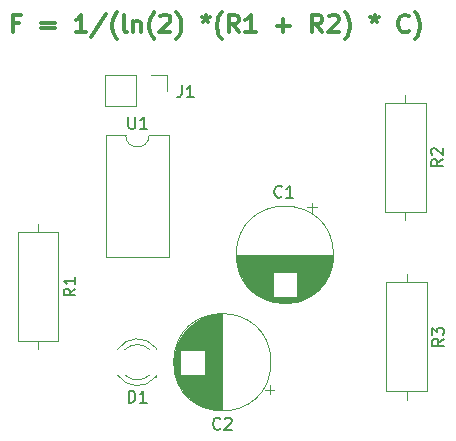
<source format=gbr>
%TF.GenerationSoftware,KiCad,Pcbnew,(6.0.7)*%
%TF.CreationDate,2023-09-09T12:04:14+08:00*%
%TF.ProjectId,Milling test pcb,4d696c6c-696e-4672-9074-657374207063,rev?*%
%TF.SameCoordinates,Original*%
%TF.FileFunction,Legend,Top*%
%TF.FilePolarity,Positive*%
%FSLAX46Y46*%
G04 Gerber Fmt 4.6, Leading zero omitted, Abs format (unit mm)*
G04 Created by KiCad (PCBNEW (6.0.7)) date 2023-09-09 12:04:14*
%MOMM*%
%LPD*%
G01*
G04 APERTURE LIST*
%ADD10C,0.300000*%
%ADD11C,0.150000*%
%ADD12C,0.120000*%
G04 APERTURE END LIST*
D10*
X106349999Y-59792857D02*
X105849999Y-59792857D01*
X105849999Y-60578571D02*
X105849999Y-59078571D01*
X106564285Y-59078571D01*
X108278571Y-59792857D02*
X109421428Y-59792857D01*
X109421428Y-60221428D02*
X108278571Y-60221428D01*
X112064285Y-60578571D02*
X111207142Y-60578571D01*
X111635714Y-60578571D02*
X111635714Y-59078571D01*
X111492857Y-59292857D01*
X111349999Y-59435714D01*
X111207142Y-59507142D01*
X113778571Y-59007142D02*
X112492857Y-60935714D01*
X114707142Y-61150000D02*
X114635714Y-61078571D01*
X114492857Y-60864285D01*
X114421428Y-60721428D01*
X114349999Y-60507142D01*
X114278571Y-60150000D01*
X114278571Y-59864285D01*
X114349999Y-59507142D01*
X114421428Y-59292857D01*
X114492857Y-59150000D01*
X114635714Y-58935714D01*
X114707142Y-58864285D01*
X115492857Y-60578571D02*
X115349999Y-60507142D01*
X115278571Y-60364285D01*
X115278571Y-59078571D01*
X116064285Y-59578571D02*
X116064285Y-60578571D01*
X116064285Y-59721428D02*
X116135714Y-59650000D01*
X116278571Y-59578571D01*
X116492857Y-59578571D01*
X116635714Y-59650000D01*
X116707142Y-59792857D01*
X116707142Y-60578571D01*
X117849999Y-61150000D02*
X117778571Y-61078571D01*
X117635714Y-60864285D01*
X117564285Y-60721428D01*
X117492857Y-60507142D01*
X117421428Y-60150000D01*
X117421428Y-59864285D01*
X117492857Y-59507142D01*
X117564285Y-59292857D01*
X117635714Y-59150000D01*
X117778571Y-58935714D01*
X117849999Y-58864285D01*
X118349999Y-59221428D02*
X118421428Y-59150000D01*
X118564285Y-59078571D01*
X118921428Y-59078571D01*
X119064285Y-59150000D01*
X119135714Y-59221428D01*
X119207142Y-59364285D01*
X119207142Y-59507142D01*
X119135714Y-59721428D01*
X118278571Y-60578571D01*
X119207142Y-60578571D01*
X119707142Y-61150000D02*
X119778571Y-61078571D01*
X119921428Y-60864285D01*
X119992857Y-60721428D01*
X120064285Y-60507142D01*
X120135714Y-60150000D01*
X120135714Y-59864285D01*
X120064285Y-59507142D01*
X119992857Y-59292857D01*
X119921428Y-59150000D01*
X119778571Y-58935714D01*
X119707142Y-58864285D01*
X122207142Y-59078571D02*
X122207142Y-59435714D01*
X121849999Y-59292857D02*
X122207142Y-59435714D01*
X122564285Y-59292857D01*
X121992857Y-59721428D02*
X122207142Y-59435714D01*
X122421428Y-59721428D01*
X123564285Y-61150000D02*
X123492857Y-61078571D01*
X123349999Y-60864285D01*
X123278571Y-60721428D01*
X123207142Y-60507142D01*
X123135714Y-60150000D01*
X123135714Y-59864285D01*
X123207142Y-59507142D01*
X123278571Y-59292857D01*
X123349999Y-59150000D01*
X123492857Y-58935714D01*
X123564285Y-58864285D01*
X124992857Y-60578571D02*
X124492857Y-59864285D01*
X124135714Y-60578571D02*
X124135714Y-59078571D01*
X124707142Y-59078571D01*
X124849999Y-59150000D01*
X124921428Y-59221428D01*
X124992857Y-59364285D01*
X124992857Y-59578571D01*
X124921428Y-59721428D01*
X124849999Y-59792857D01*
X124707142Y-59864285D01*
X124135714Y-59864285D01*
X126421428Y-60578571D02*
X125564285Y-60578571D01*
X125992857Y-60578571D02*
X125992857Y-59078571D01*
X125849999Y-59292857D01*
X125707142Y-59435714D01*
X125564285Y-59507142D01*
X128207142Y-60007142D02*
X129349999Y-60007142D01*
X128778571Y-60578571D02*
X128778571Y-59435714D01*
X132064285Y-60578571D02*
X131564285Y-59864285D01*
X131207142Y-60578571D02*
X131207142Y-59078571D01*
X131778571Y-59078571D01*
X131921428Y-59150000D01*
X131992857Y-59221428D01*
X132064285Y-59364285D01*
X132064285Y-59578571D01*
X131992857Y-59721428D01*
X131921428Y-59792857D01*
X131778571Y-59864285D01*
X131207142Y-59864285D01*
X132635714Y-59221428D02*
X132707142Y-59150000D01*
X132849999Y-59078571D01*
X133207142Y-59078571D01*
X133349999Y-59150000D01*
X133421428Y-59221428D01*
X133492857Y-59364285D01*
X133492857Y-59507142D01*
X133421428Y-59721428D01*
X132564285Y-60578571D01*
X133492857Y-60578571D01*
X133992857Y-61150000D02*
X134064285Y-61078571D01*
X134207142Y-60864285D01*
X134278571Y-60721428D01*
X134350000Y-60507142D01*
X134421428Y-60150000D01*
X134421428Y-59864285D01*
X134350000Y-59507142D01*
X134278571Y-59292857D01*
X134207142Y-59150000D01*
X134064285Y-58935714D01*
X133992857Y-58864285D01*
X136492857Y-59078571D02*
X136492857Y-59435714D01*
X136135714Y-59292857D02*
X136492857Y-59435714D01*
X136850000Y-59292857D01*
X136278571Y-59721428D02*
X136492857Y-59435714D01*
X136707142Y-59721428D01*
X139421428Y-60435714D02*
X139350000Y-60507142D01*
X139135714Y-60578571D01*
X138992857Y-60578571D01*
X138778571Y-60507142D01*
X138635714Y-60364285D01*
X138564285Y-60221428D01*
X138492857Y-59935714D01*
X138492857Y-59721428D01*
X138564285Y-59435714D01*
X138635714Y-59292857D01*
X138778571Y-59150000D01*
X138992857Y-59078571D01*
X139135714Y-59078571D01*
X139350000Y-59150000D01*
X139421428Y-59221428D01*
X139921428Y-61150000D02*
X139992857Y-61078571D01*
X140135714Y-60864285D01*
X140207142Y-60721428D01*
X140278571Y-60507142D01*
X140350000Y-60150000D01*
X140350000Y-59864285D01*
X140278571Y-59507142D01*
X140207142Y-59292857D01*
X140135714Y-59150000D01*
X139992857Y-58935714D01*
X139921428Y-58864285D01*
D11*
%TO.C,U1*%
X115648095Y-67722380D02*
X115648095Y-68531904D01*
X115695714Y-68627142D01*
X115743333Y-68674761D01*
X115838571Y-68722380D01*
X116029047Y-68722380D01*
X116124285Y-68674761D01*
X116171904Y-68627142D01*
X116219523Y-68531904D01*
X116219523Y-67722380D01*
X117219523Y-68722380D02*
X116648095Y-68722380D01*
X116933809Y-68722380D02*
X116933809Y-67722380D01*
X116838571Y-67865238D01*
X116743333Y-67960476D01*
X116648095Y-68008095D01*
%TO.C,R3*%
X142372380Y-86516666D02*
X141896190Y-86850000D01*
X142372380Y-87088095D02*
X141372380Y-87088095D01*
X141372380Y-86707142D01*
X141420000Y-86611904D01*
X141467619Y-86564285D01*
X141562857Y-86516666D01*
X141705714Y-86516666D01*
X141800952Y-86564285D01*
X141848571Y-86611904D01*
X141896190Y-86707142D01*
X141896190Y-87088095D01*
X141372380Y-86183333D02*
X141372380Y-85564285D01*
X141753333Y-85897619D01*
X141753333Y-85754761D01*
X141800952Y-85659523D01*
X141848571Y-85611904D01*
X141943809Y-85564285D01*
X142181904Y-85564285D01*
X142277142Y-85611904D01*
X142324761Y-85659523D01*
X142372380Y-85754761D01*
X142372380Y-86040476D01*
X142324761Y-86135714D01*
X142277142Y-86183333D01*
%TO.C,R2*%
X142272380Y-71316666D02*
X141796190Y-71650000D01*
X142272380Y-71888095D02*
X141272380Y-71888095D01*
X141272380Y-71507142D01*
X141320000Y-71411904D01*
X141367619Y-71364285D01*
X141462857Y-71316666D01*
X141605714Y-71316666D01*
X141700952Y-71364285D01*
X141748571Y-71411904D01*
X141796190Y-71507142D01*
X141796190Y-71888095D01*
X141367619Y-70935714D02*
X141320000Y-70888095D01*
X141272380Y-70792857D01*
X141272380Y-70554761D01*
X141320000Y-70459523D01*
X141367619Y-70411904D01*
X141462857Y-70364285D01*
X141558095Y-70364285D01*
X141700952Y-70411904D01*
X142272380Y-70983333D01*
X142272380Y-70364285D01*
%TO.C,R1*%
X111172380Y-82266666D02*
X110696190Y-82600000D01*
X111172380Y-82838095D02*
X110172380Y-82838095D01*
X110172380Y-82457142D01*
X110220000Y-82361904D01*
X110267619Y-82314285D01*
X110362857Y-82266666D01*
X110505714Y-82266666D01*
X110600952Y-82314285D01*
X110648571Y-82361904D01*
X110696190Y-82457142D01*
X110696190Y-82838095D01*
X111172380Y-81314285D02*
X111172380Y-81885714D01*
X111172380Y-81600000D02*
X110172380Y-81600000D01*
X110315238Y-81695238D01*
X110410476Y-81790476D01*
X110458095Y-81885714D01*
%TO.C,J1*%
X120166666Y-65052380D02*
X120166666Y-65766666D01*
X120119047Y-65909523D01*
X120023809Y-66004761D01*
X119880952Y-66052380D01*
X119785714Y-66052380D01*
X121166666Y-66052380D02*
X120595238Y-66052380D01*
X120880952Y-66052380D02*
X120880952Y-65052380D01*
X120785714Y-65195238D01*
X120690476Y-65290476D01*
X120595238Y-65338095D01*
%TO.C,D1*%
X115666904Y-91912380D02*
X115666904Y-90912380D01*
X115905000Y-90912380D01*
X116047857Y-90960000D01*
X116143095Y-91055238D01*
X116190714Y-91150476D01*
X116238333Y-91340952D01*
X116238333Y-91483809D01*
X116190714Y-91674285D01*
X116143095Y-91769523D01*
X116047857Y-91864761D01*
X115905000Y-91912380D01*
X115666904Y-91912380D01*
X117190714Y-91912380D02*
X116619285Y-91912380D01*
X116905000Y-91912380D02*
X116905000Y-90912380D01*
X116809761Y-91055238D01*
X116714523Y-91150476D01*
X116619285Y-91198095D01*
%TO.C,C2*%
X123435984Y-94107142D02*
X123388365Y-94154761D01*
X123245508Y-94202380D01*
X123150270Y-94202380D01*
X123007412Y-94154761D01*
X122912174Y-94059523D01*
X122864555Y-93964285D01*
X122816936Y-93773809D01*
X122816936Y-93630952D01*
X122864555Y-93440476D01*
X122912174Y-93345238D01*
X123007412Y-93250000D01*
X123150270Y-93202380D01*
X123245508Y-93202380D01*
X123388365Y-93250000D01*
X123435984Y-93297619D01*
X123816936Y-93297619D02*
X123864555Y-93250000D01*
X123959793Y-93202380D01*
X124197889Y-93202380D01*
X124293127Y-93250000D01*
X124340746Y-93297619D01*
X124388365Y-93392857D01*
X124388365Y-93488095D01*
X124340746Y-93630952D01*
X123769317Y-94202380D01*
X124388365Y-94202380D01*
%TO.C,C1*%
X128633333Y-74457142D02*
X128585714Y-74504761D01*
X128442857Y-74552380D01*
X128347619Y-74552380D01*
X128204761Y-74504761D01*
X128109523Y-74409523D01*
X128061904Y-74314285D01*
X128014285Y-74123809D01*
X128014285Y-73980952D01*
X128061904Y-73790476D01*
X128109523Y-73695238D01*
X128204761Y-73600000D01*
X128347619Y-73552380D01*
X128442857Y-73552380D01*
X128585714Y-73600000D01*
X128633333Y-73647619D01*
X129585714Y-74552380D02*
X129014285Y-74552380D01*
X129300000Y-74552380D02*
X129300000Y-73552380D01*
X129204761Y-73695238D01*
X129109523Y-73790476D01*
X129014285Y-73838095D01*
D12*
%TO.C,U1*%
X119060000Y-69270000D02*
X117410000Y-69270000D01*
X113760000Y-69270000D02*
X113760000Y-79550000D01*
X119060000Y-79550000D02*
X119060000Y-69270000D01*
X115410000Y-69270000D02*
X113760000Y-69270000D01*
X113760000Y-79550000D02*
X119060000Y-79550000D01*
X115410000Y-69270000D02*
G75*
G03*
X117410000Y-69270000I1000000J0D01*
G01*
%TO.C,R3*%
X140920000Y-81730000D02*
X137480000Y-81730000D01*
X139200000Y-81040000D02*
X139200000Y-81730000D01*
X139200000Y-91660000D02*
X139200000Y-90970000D01*
X137480000Y-90970000D02*
X140920000Y-90970000D01*
X137480000Y-81730000D02*
X137480000Y-90970000D01*
X140920000Y-90970000D02*
X140920000Y-81730000D01*
%TO.C,R2*%
X140820000Y-66530000D02*
X137380000Y-66530000D01*
X139100000Y-65840000D02*
X139100000Y-66530000D01*
X139100000Y-76460000D02*
X139100000Y-75770000D01*
X137380000Y-75770000D02*
X140820000Y-75770000D01*
X137380000Y-66530000D02*
X137380000Y-75770000D01*
X140820000Y-75770000D02*
X140820000Y-66530000D01*
%TO.C,R1*%
X109720000Y-77480000D02*
X106280000Y-77480000D01*
X108000000Y-76790000D02*
X108000000Y-77480000D01*
X108000000Y-87410000D02*
X108000000Y-86720000D01*
X106280000Y-86720000D02*
X109720000Y-86720000D01*
X106280000Y-77480000D02*
X106280000Y-86720000D01*
X109720000Y-86720000D02*
X109720000Y-77480000D01*
%TO.C,J1*%
X117575000Y-64170000D02*
X118905000Y-64170000D01*
X113705000Y-64170000D02*
X113705000Y-66830000D01*
X116305000Y-64170000D02*
X113705000Y-64170000D01*
X116305000Y-64170000D02*
X116305000Y-66830000D01*
X118905000Y-64170000D02*
X118905000Y-65500000D01*
X116305000Y-66830000D02*
X113705000Y-66830000D01*
%TO.C,D1*%
X117965000Y-89736000D02*
X117965000Y-89580000D01*
X117965000Y-87420000D02*
X117965000Y-87264000D01*
X115363870Y-89579837D02*
G75*
G03*
X117445961Y-89580000I1041130J1079837D01*
G01*
X117965000Y-87264484D02*
G75*
G03*
X114732665Y-87421392I-1560000J-1235516D01*
G01*
X117445961Y-87420000D02*
G75*
G03*
X115363870Y-87420163I-1040961J-1080000D01*
G01*
X114732665Y-89578608D02*
G75*
G03*
X117965000Y-89735516I1672335J1078608D01*
G01*
%TO.C,C2*%
X122641651Y-92467000D02*
X122641651Y-84533000D01*
X119801651Y-90052000D02*
X119801651Y-86948000D01*
X120121651Y-90666000D02*
X120121651Y-89540000D01*
X121921651Y-87460000D02*
X121921651Y-84778000D01*
X120761651Y-91445000D02*
X120761651Y-89540000D01*
X122801651Y-92502000D02*
X122801651Y-84498000D01*
X121601651Y-87460000D02*
X121601651Y-84938000D01*
X122601651Y-92457000D02*
X122601651Y-84543000D01*
X121361651Y-87460000D02*
X121361651Y-85082000D01*
X122121651Y-92305000D02*
X122121651Y-89540000D01*
X121001651Y-87460000D02*
X121001651Y-85344000D01*
X119761651Y-89953000D02*
X119761651Y-87047000D01*
X122761651Y-92494000D02*
X122761651Y-84506000D01*
X123362651Y-92574000D02*
X123362651Y-84426000D01*
X120001651Y-90464000D02*
X120001651Y-86536000D01*
X123122651Y-92552000D02*
X123122651Y-84448000D01*
X120521651Y-87460000D02*
X120521651Y-85803000D01*
X120401651Y-87460000D02*
X120401651Y-85944000D01*
X119521651Y-89033000D02*
X119521651Y-87967000D01*
X120721651Y-87460000D02*
X120721651Y-85593000D01*
X121281651Y-87460000D02*
X121281651Y-85135000D01*
X123162651Y-92557000D02*
X123162651Y-84443000D01*
X123522651Y-92580000D02*
X123522651Y-84420000D01*
X121241651Y-87460000D02*
X121241651Y-85162000D01*
X121561651Y-92040000D02*
X121561651Y-89540000D01*
X120481651Y-91151000D02*
X120481651Y-89540000D01*
X120201651Y-90787000D02*
X120201651Y-89540000D01*
X120401651Y-91056000D02*
X120401651Y-89540000D01*
X121361651Y-91918000D02*
X121361651Y-89540000D01*
X120921651Y-87460000D02*
X120921651Y-85410000D01*
X120561651Y-91241000D02*
X120561651Y-89540000D01*
X122121651Y-87460000D02*
X122121651Y-84695000D01*
X119681651Y-89729000D02*
X119681651Y-87271000D01*
X122401651Y-92402000D02*
X122401651Y-84598000D01*
X121881651Y-92204000D02*
X121881651Y-89540000D01*
X121001651Y-91656000D02*
X121001651Y-89540000D01*
X128012349Y-90815000D02*
X127212349Y-90815000D01*
X122721651Y-92485000D02*
X122721651Y-84515000D01*
X122321651Y-92377000D02*
X122321651Y-84623000D01*
X122962651Y-92530000D02*
X122962651Y-84470000D01*
X122001651Y-92257000D02*
X122001651Y-89540000D01*
X120881651Y-91555000D02*
X120881651Y-89540000D01*
X120081651Y-90602000D02*
X120081651Y-89540000D01*
X122441651Y-92414000D02*
X122441651Y-84586000D01*
X121241651Y-91838000D02*
X121241651Y-89540000D01*
X119601651Y-89448000D02*
X119601651Y-87552000D01*
X121841651Y-92186000D02*
X121841651Y-89540000D01*
X119921651Y-90313000D02*
X119921651Y-86687000D01*
X121481651Y-87460000D02*
X121481651Y-85007000D01*
X122281651Y-92363000D02*
X122281651Y-84637000D01*
X121761651Y-92147000D02*
X121761651Y-89540000D01*
X120761651Y-87460000D02*
X120761651Y-85555000D01*
X119721651Y-89846000D02*
X119721651Y-87154000D01*
X121521651Y-87460000D02*
X121521651Y-84983000D01*
X127612349Y-91215000D02*
X127612349Y-90415000D01*
X121321651Y-91892000D02*
X121321651Y-89540000D01*
X121921651Y-92222000D02*
X121921651Y-89540000D01*
X121961651Y-87460000D02*
X121961651Y-84760000D01*
X122521651Y-92436000D02*
X122521651Y-84564000D01*
X121441651Y-87460000D02*
X121441651Y-85031000D01*
X120881651Y-87460000D02*
X120881651Y-85445000D01*
X120961651Y-91624000D02*
X120961651Y-89540000D01*
X123282651Y-92568000D02*
X123282651Y-84432000D01*
X122041651Y-87460000D02*
X122041651Y-84726000D01*
X120321651Y-90954000D02*
X120321651Y-89540000D01*
X120161651Y-87460000D02*
X120161651Y-86272000D01*
X122481651Y-92425000D02*
X122481651Y-84575000D01*
X119841651Y-90145000D02*
X119841651Y-86855000D01*
X121401651Y-91944000D02*
X121401651Y-89540000D01*
X123042651Y-92542000D02*
X123042651Y-84458000D01*
X120961651Y-87460000D02*
X120961651Y-85376000D01*
X120441651Y-91104000D02*
X120441651Y-89540000D01*
X120081651Y-87460000D02*
X120081651Y-86398000D01*
X119641651Y-89598000D02*
X119641651Y-87402000D01*
X121641651Y-92084000D02*
X121641651Y-89540000D01*
X121041651Y-91689000D02*
X121041651Y-89540000D01*
X122681651Y-92476000D02*
X122681651Y-84524000D01*
X120601651Y-91284000D02*
X120601651Y-89540000D01*
X122361651Y-92389000D02*
X122361651Y-84611000D01*
X119561651Y-89268000D02*
X119561651Y-87732000D01*
X122081651Y-87460000D02*
X122081651Y-84710000D01*
X121561651Y-87460000D02*
X121561651Y-84960000D01*
X121681651Y-92106000D02*
X121681651Y-89540000D01*
X121401651Y-87460000D02*
X121401651Y-85056000D01*
X121801651Y-87460000D02*
X121801651Y-84834000D01*
X121641651Y-87460000D02*
X121641651Y-84916000D01*
X120841651Y-87460000D02*
X120841651Y-85481000D01*
X120281651Y-87460000D02*
X120281651Y-86100000D01*
X123002651Y-92537000D02*
X123002651Y-84463000D01*
X121761651Y-87460000D02*
X121761651Y-84853000D01*
X121841651Y-87460000D02*
X121841651Y-84814000D01*
X121721651Y-87460000D02*
X121721651Y-84873000D01*
X123242651Y-92565000D02*
X123242651Y-84435000D01*
X123082651Y-92548000D02*
X123082651Y-84452000D01*
X119961651Y-90390000D02*
X119961651Y-86610000D01*
X122881651Y-92517000D02*
X122881651Y-84483000D01*
X122201651Y-92335000D02*
X122201651Y-84665000D01*
X121321651Y-87460000D02*
X121321651Y-85108000D01*
X121161651Y-87460000D02*
X121161651Y-85220000D01*
X120841651Y-91519000D02*
X120841651Y-89540000D01*
X122001651Y-87460000D02*
X122001651Y-84743000D01*
X120281651Y-90900000D02*
X120281651Y-89540000D01*
X121281651Y-91865000D02*
X121281651Y-89540000D01*
X121801651Y-92166000D02*
X121801651Y-89540000D01*
X123322651Y-92571000D02*
X123322651Y-84429000D01*
X120801651Y-91483000D02*
X120801651Y-89540000D01*
X120361651Y-87460000D02*
X120361651Y-85995000D01*
X122161651Y-92321000D02*
X122161651Y-84679000D01*
X123482651Y-92579000D02*
X123482651Y-84421000D01*
X120161651Y-90728000D02*
X120161651Y-89540000D01*
X120441651Y-87460000D02*
X120441651Y-85896000D01*
X121681651Y-87460000D02*
X121681651Y-84894000D01*
X123442651Y-92577000D02*
X123442651Y-84423000D01*
X121121651Y-87460000D02*
X121121651Y-85250000D01*
X122041651Y-92274000D02*
X122041651Y-89540000D01*
X120801651Y-87460000D02*
X120801651Y-85517000D01*
X121521651Y-92017000D02*
X121521651Y-89540000D01*
X120641651Y-91326000D02*
X120641651Y-89540000D01*
X121961651Y-92240000D02*
X121961651Y-89540000D01*
X120601651Y-87460000D02*
X120601651Y-85716000D01*
X120561651Y-87460000D02*
X120561651Y-85759000D01*
X123562651Y-92580000D02*
X123562651Y-84420000D01*
X122922651Y-92524000D02*
X122922651Y-84476000D01*
X122561651Y-92447000D02*
X122561651Y-84553000D01*
X120241651Y-87460000D02*
X120241651Y-86155000D01*
X121441651Y-91969000D02*
X121441651Y-89540000D01*
X123602651Y-92580000D02*
X123602651Y-84420000D01*
X121081651Y-91720000D02*
X121081651Y-89540000D01*
X120241651Y-90845000D02*
X120241651Y-89540000D01*
X120921651Y-91590000D02*
X120921651Y-89540000D01*
X120361651Y-91005000D02*
X120361651Y-89540000D01*
X120321651Y-87460000D02*
X120321651Y-86046000D01*
X121601651Y-92062000D02*
X121601651Y-89540000D01*
X121881651Y-87460000D02*
X121881651Y-84796000D01*
X120201651Y-87460000D02*
X120201651Y-86213000D01*
X123202651Y-92561000D02*
X123202651Y-84439000D01*
X120521651Y-91197000D02*
X120521651Y-89540000D01*
X120041651Y-90534000D02*
X120041651Y-86466000D01*
X121081651Y-87460000D02*
X121081651Y-85280000D01*
X120721651Y-91407000D02*
X120721651Y-89540000D01*
X121201651Y-87460000D02*
X121201651Y-85191000D01*
X122081651Y-92290000D02*
X122081651Y-89540000D01*
X120481651Y-87460000D02*
X120481651Y-85849000D01*
X122841651Y-92510000D02*
X122841651Y-84490000D01*
X120681651Y-87460000D02*
X120681651Y-85633000D01*
X121041651Y-87460000D02*
X121041651Y-85311000D01*
X120681651Y-91367000D02*
X120681651Y-89540000D01*
X120641651Y-87460000D02*
X120641651Y-85674000D01*
X121201651Y-91809000D02*
X121201651Y-89540000D01*
X121161651Y-91780000D02*
X121161651Y-89540000D01*
X123402651Y-92576000D02*
X123402651Y-84424000D01*
X121121651Y-91750000D02*
X121121651Y-89540000D01*
X121721651Y-92127000D02*
X121721651Y-89540000D01*
X121481651Y-91993000D02*
X121481651Y-89540000D01*
X120121651Y-87460000D02*
X120121651Y-86334000D01*
X119881651Y-90231000D02*
X119881651Y-86769000D01*
X122241651Y-92350000D02*
X122241651Y-84650000D01*
X127722651Y-88500000D02*
G75*
G03*
X127722651Y-88500000I-4120000J0D01*
G01*
%TO.C,C1*%
X132867000Y-80358349D02*
X124933000Y-80358349D01*
X130452000Y-83198349D02*
X127348000Y-83198349D01*
X131066000Y-82878349D02*
X129940000Y-82878349D01*
X127860000Y-81078349D02*
X125178000Y-81078349D01*
X131845000Y-82238349D02*
X129940000Y-82238349D01*
X132902000Y-80198349D02*
X124898000Y-80198349D01*
X127860000Y-81398349D02*
X125338000Y-81398349D01*
X132857000Y-80398349D02*
X124943000Y-80398349D01*
X127860000Y-81638349D02*
X125482000Y-81638349D01*
X132705000Y-80878349D02*
X129940000Y-80878349D01*
X127860000Y-81998349D02*
X125744000Y-81998349D01*
X130353000Y-83238349D02*
X127447000Y-83238349D01*
X132894000Y-80238349D02*
X124906000Y-80238349D01*
X132974000Y-79637349D02*
X124826000Y-79637349D01*
X130864000Y-82998349D02*
X126936000Y-82998349D01*
X132952000Y-79877349D02*
X124848000Y-79877349D01*
X127860000Y-82478349D02*
X126203000Y-82478349D01*
X127860000Y-82598349D02*
X126344000Y-82598349D01*
X129433000Y-83478349D02*
X128367000Y-83478349D01*
X127860000Y-82278349D02*
X125993000Y-82278349D01*
X127860000Y-81718349D02*
X125535000Y-81718349D01*
X132957000Y-79837349D02*
X124843000Y-79837349D01*
X132980000Y-79477349D02*
X124820000Y-79477349D01*
X127860000Y-81758349D02*
X125562000Y-81758349D01*
X132440000Y-81438349D02*
X129940000Y-81438349D01*
X131551000Y-82518349D02*
X129940000Y-82518349D01*
X131187000Y-82798349D02*
X129940000Y-82798349D01*
X131456000Y-82598349D02*
X129940000Y-82598349D01*
X132318000Y-81638349D02*
X129940000Y-81638349D01*
X127860000Y-82078349D02*
X125810000Y-82078349D01*
X131641000Y-82438349D02*
X129940000Y-82438349D01*
X127860000Y-80878349D02*
X125095000Y-80878349D01*
X130129000Y-83318349D02*
X127671000Y-83318349D01*
X132802000Y-80598349D02*
X124998000Y-80598349D01*
X132604000Y-81118349D02*
X129940000Y-81118349D01*
X132056000Y-81998349D02*
X129940000Y-81998349D01*
X131215000Y-74987651D02*
X131215000Y-75787651D01*
X132885000Y-80278349D02*
X124915000Y-80278349D01*
X132777000Y-80678349D02*
X125023000Y-80678349D01*
X132930000Y-80037349D02*
X124870000Y-80037349D01*
X132657000Y-80998349D02*
X129940000Y-80998349D01*
X131955000Y-82118349D02*
X129940000Y-82118349D01*
X131002000Y-82918349D02*
X129940000Y-82918349D01*
X132814000Y-80558349D02*
X124986000Y-80558349D01*
X132238000Y-81758349D02*
X129940000Y-81758349D01*
X129848000Y-83398349D02*
X127952000Y-83398349D01*
X132586000Y-81158349D02*
X129940000Y-81158349D01*
X130713000Y-83078349D02*
X127087000Y-83078349D01*
X127860000Y-81518349D02*
X125407000Y-81518349D01*
X132763000Y-80718349D02*
X125037000Y-80718349D01*
X132547000Y-81238349D02*
X129940000Y-81238349D01*
X127860000Y-82238349D02*
X125955000Y-82238349D01*
X130246000Y-83278349D02*
X127554000Y-83278349D01*
X127860000Y-81478349D02*
X125383000Y-81478349D01*
X131615000Y-75387651D02*
X130815000Y-75387651D01*
X132292000Y-81678349D02*
X129940000Y-81678349D01*
X132622000Y-81078349D02*
X129940000Y-81078349D01*
X127860000Y-81038349D02*
X125160000Y-81038349D01*
X132836000Y-80478349D02*
X124964000Y-80478349D01*
X127860000Y-81558349D02*
X125431000Y-81558349D01*
X127860000Y-82118349D02*
X125845000Y-82118349D01*
X132024000Y-82038349D02*
X129940000Y-82038349D01*
X132968000Y-79717349D02*
X124832000Y-79717349D01*
X127860000Y-80958349D02*
X125126000Y-80958349D01*
X131354000Y-82678349D02*
X129940000Y-82678349D01*
X127860000Y-82838349D02*
X126672000Y-82838349D01*
X132825000Y-80518349D02*
X124975000Y-80518349D01*
X130545000Y-83158349D02*
X127255000Y-83158349D01*
X132344000Y-81598349D02*
X129940000Y-81598349D01*
X132942000Y-79957349D02*
X124858000Y-79957349D01*
X127860000Y-82038349D02*
X125776000Y-82038349D01*
X131504000Y-82558349D02*
X129940000Y-82558349D01*
X127860000Y-82918349D02*
X126798000Y-82918349D01*
X129998000Y-83358349D02*
X127802000Y-83358349D01*
X132484000Y-81358349D02*
X129940000Y-81358349D01*
X132089000Y-81958349D02*
X129940000Y-81958349D01*
X132876000Y-80318349D02*
X124924000Y-80318349D01*
X131684000Y-82398349D02*
X129940000Y-82398349D01*
X132789000Y-80638349D02*
X125011000Y-80638349D01*
X129668000Y-83438349D02*
X128132000Y-83438349D01*
X127860000Y-80918349D02*
X125110000Y-80918349D01*
X127860000Y-81438349D02*
X125360000Y-81438349D01*
X132506000Y-81318349D02*
X129940000Y-81318349D01*
X127860000Y-81598349D02*
X125456000Y-81598349D01*
X127860000Y-81198349D02*
X125234000Y-81198349D01*
X127860000Y-81358349D02*
X125316000Y-81358349D01*
X127860000Y-82158349D02*
X125881000Y-82158349D01*
X127860000Y-82718349D02*
X126500000Y-82718349D01*
X132937000Y-79997349D02*
X124863000Y-79997349D01*
X127860000Y-81238349D02*
X125253000Y-81238349D01*
X127860000Y-81158349D02*
X125214000Y-81158349D01*
X127860000Y-81278349D02*
X125273000Y-81278349D01*
X132965000Y-79757349D02*
X124835000Y-79757349D01*
X132948000Y-79917349D02*
X124852000Y-79917349D01*
X130790000Y-83038349D02*
X127010000Y-83038349D01*
X132917000Y-80118349D02*
X124883000Y-80118349D01*
X132735000Y-80798349D02*
X125065000Y-80798349D01*
X127860000Y-81678349D02*
X125508000Y-81678349D01*
X127860000Y-81838349D02*
X125620000Y-81838349D01*
X131919000Y-82158349D02*
X129940000Y-82158349D01*
X127860000Y-80998349D02*
X125143000Y-80998349D01*
X131300000Y-82718349D02*
X129940000Y-82718349D01*
X132265000Y-81718349D02*
X129940000Y-81718349D01*
X132566000Y-81198349D02*
X129940000Y-81198349D01*
X132971000Y-79677349D02*
X124829000Y-79677349D01*
X131883000Y-82198349D02*
X129940000Y-82198349D01*
X127860000Y-82638349D02*
X126395000Y-82638349D01*
X132721000Y-80838349D02*
X125079000Y-80838349D01*
X132979000Y-79517349D02*
X124821000Y-79517349D01*
X131128000Y-82838349D02*
X129940000Y-82838349D01*
X127860000Y-82558349D02*
X126296000Y-82558349D01*
X127860000Y-81318349D02*
X125294000Y-81318349D01*
X132977000Y-79557349D02*
X124823000Y-79557349D01*
X127860000Y-81878349D02*
X125650000Y-81878349D01*
X132674000Y-80958349D02*
X129940000Y-80958349D01*
X127860000Y-82198349D02*
X125917000Y-82198349D01*
X132417000Y-81478349D02*
X129940000Y-81478349D01*
X131726000Y-82358349D02*
X129940000Y-82358349D01*
X132640000Y-81038349D02*
X129940000Y-81038349D01*
X127860000Y-82398349D02*
X126116000Y-82398349D01*
X127860000Y-82438349D02*
X126159000Y-82438349D01*
X132980000Y-79437349D02*
X124820000Y-79437349D01*
X132924000Y-80077349D02*
X124876000Y-80077349D01*
X132847000Y-80438349D02*
X124953000Y-80438349D01*
X127860000Y-82758349D02*
X126555000Y-82758349D01*
X132369000Y-81558349D02*
X129940000Y-81558349D01*
X132980000Y-79397349D02*
X124820000Y-79397349D01*
X132120000Y-81918349D02*
X129940000Y-81918349D01*
X131245000Y-82758349D02*
X129940000Y-82758349D01*
X131990000Y-82078349D02*
X129940000Y-82078349D01*
X131405000Y-82638349D02*
X129940000Y-82638349D01*
X127860000Y-82678349D02*
X126446000Y-82678349D01*
X132462000Y-81398349D02*
X129940000Y-81398349D01*
X127860000Y-81118349D02*
X125196000Y-81118349D01*
X127860000Y-82798349D02*
X126613000Y-82798349D01*
X132961000Y-79797349D02*
X124839000Y-79797349D01*
X131597000Y-82478349D02*
X129940000Y-82478349D01*
X130934000Y-82958349D02*
X126866000Y-82958349D01*
X127860000Y-81918349D02*
X125680000Y-81918349D01*
X131807000Y-82278349D02*
X129940000Y-82278349D01*
X127860000Y-81798349D02*
X125591000Y-81798349D01*
X132690000Y-80918349D02*
X129940000Y-80918349D01*
X127860000Y-82518349D02*
X126249000Y-82518349D01*
X132910000Y-80158349D02*
X124890000Y-80158349D01*
X127860000Y-82318349D02*
X126033000Y-82318349D01*
X127860000Y-81958349D02*
X125711000Y-81958349D01*
X131767000Y-82318349D02*
X129940000Y-82318349D01*
X127860000Y-82358349D02*
X126074000Y-82358349D01*
X132209000Y-81798349D02*
X129940000Y-81798349D01*
X132180000Y-81838349D02*
X129940000Y-81838349D01*
X132976000Y-79597349D02*
X124824000Y-79597349D01*
X132150000Y-81878349D02*
X129940000Y-81878349D01*
X132527000Y-81278349D02*
X129940000Y-81278349D01*
X132393000Y-81518349D02*
X129940000Y-81518349D01*
X127860000Y-82878349D02*
X126734000Y-82878349D01*
X130631000Y-83118349D02*
X127169000Y-83118349D01*
X132750000Y-80758349D02*
X125050000Y-80758349D01*
X133020000Y-79397349D02*
G75*
G03*
X133020000Y-79397349I-4120000J0D01*
G01*
%TD*%
M02*

</source>
